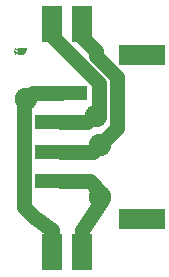
<source format=gtl>
G04 DipTrace 2.4.0.2*
%IN4P-RGB-Strip.gtl*%
%MOMM*%
%ADD13C,1.25*%
%ADD16R,4.5X1.3*%
%ADD17R,3.9X1.8*%
%ADD18R,1.7X1.6*%
%ADD19R,1.7X2.032*%
%ADD21C,1.905*%
%FSLAX53Y53*%
G04*
G71*
G90*
G75*
G01*
%LNTop*%
%LPD*%
X16350Y12433D2*
D13*
X17958Y14745D1*
Y15543D1*
X16964Y16537D1*
X14572D1*
X17866Y15225D2*
X17958Y14745D1*
X16350Y11270D2*
Y12433D1*
Y10000D1*
X13810Y12435D2*
X12255Y13509D1*
X11441Y14323D1*
Y23341D1*
X12137Y24037D1*
X14572D1*
X11605Y23482D2*
X11441Y23341D1*
X13810Y10000D2*
Y11270D1*
Y12435D1*
Y30320D2*
Y28826D1*
X17776Y24859D1*
Y22572D1*
X16741Y21537D1*
X14572D1*
X17470Y22055D2*
X17776D1*
Y22572D1*
X16350Y30320D2*
Y28734D1*
X17514Y27570D1*
Y27112D1*
X19288Y25338D1*
Y21047D1*
X18616Y20375D1*
X17278Y19037D1*
X14572D1*
X17819Y19600D2*
X18616Y20375D1*
D21*
X17470Y22055D3*
X17819Y19600D3*
X17866Y15225D3*
X11605Y23482D3*
D16*
X14572Y16537D3*
Y19037D3*
Y21537D3*
Y24037D3*
D17*
X21372Y13337D3*
Y27237D3*
D18*
X13810Y11270D3*
X16350D3*
D19*
X13810Y10000D3*
X16350D3*
D18*
X13810Y29050D3*
X16350D3*
D19*
X13810Y30320D3*
X16350D3*
G36*
X11667Y27832D2*
X11638Y27642D1*
X11578Y27494D1*
X11502Y27400D1*
X11426Y27324D1*
X11313Y27261D1*
X11248Y27235D1*
X11153Y27215D1*
X11102Y27205D1*
X11019Y27200D1*
X10955Y27223D1*
X10917Y27261D1*
X10891Y27286D1*
X10827Y27299D1*
X10802Y27294D1*
X10751Y27279D1*
X10724Y27248D1*
X10625Y27330D1*
X10675Y27406D1*
Y27424D1*
X10586Y27460D1*
X10574Y27515D1*
X10564Y27616D1*
X10816Y27510D1*
X10848D1*
X10891Y27517D1*
X10901Y27540D1*
X10881Y27591D1*
X10765Y27654D1*
X10594Y27725D1*
X10619Y27776D1*
X10683Y27830D1*
X10873Y27756D1*
X10867Y27794D1*
Y27832D1*
X11667D1*
G37*
M02*

</source>
